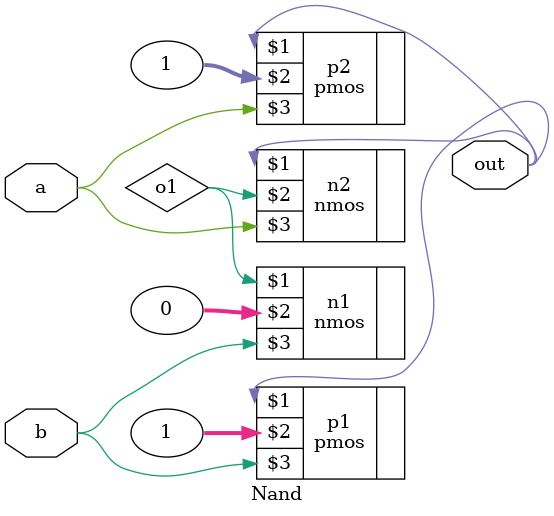
<source format=v>


module Nand(input a, b, output out);
  nmos n1(o1, 0, b);
  nmos n2(out, o1, a);

  pmos p1(out, 1, b);
  pmos p2(out, 1, a);
endmodule

</source>
